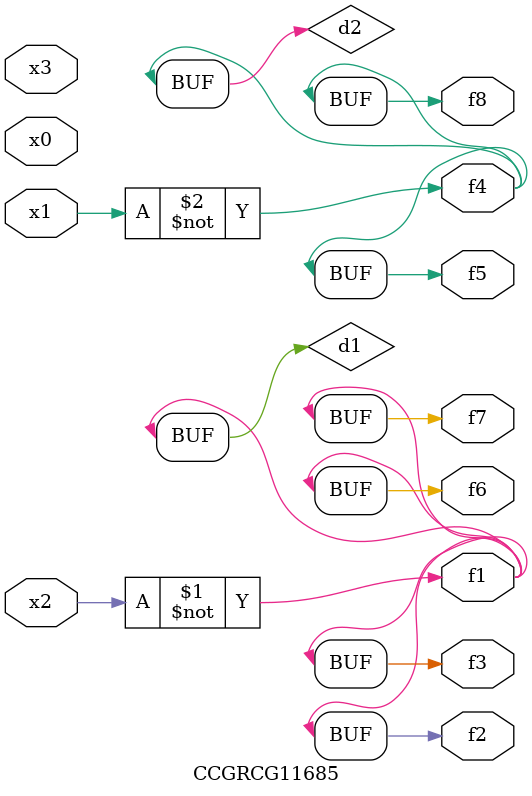
<source format=v>
module CCGRCG11685(
	input x0, x1, x2, x3,
	output f1, f2, f3, f4, f5, f6, f7, f8
);

	wire d1, d2;

	xnor (d1, x2);
	not (d2, x1);
	assign f1 = d1;
	assign f2 = d1;
	assign f3 = d1;
	assign f4 = d2;
	assign f5 = d2;
	assign f6 = d1;
	assign f7 = d1;
	assign f8 = d2;
endmodule

</source>
